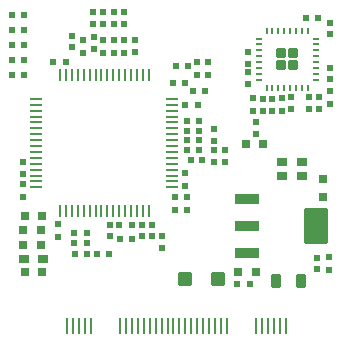
<source format=gtp>
G04*
G04 #@! TF.GenerationSoftware,Altium Limited,Altium Designer,24.9.1 (31)*
G04*
G04 Layer_Color=8421504*
%FSLAX43Y43*%
%MOMM*%
G71*
G04*
G04 #@! TF.SameCoordinates,EB6F8884-3A13-42B7-98C6-1BA732C3788B*
G04*
G04*
G04 #@! TF.FilePolarity,Positive*
G04*
G01*
G75*
G04:AMPARAMS|DCode=15|XSize=0.87mm|YSize=0.87mm|CornerRadius=0.217mm|HoleSize=0mm|Usage=FLASHONLY|Rotation=90.000|XOffset=0mm|YOffset=0mm|HoleType=Round|Shape=RoundedRectangle|*
%AMROUNDEDRECTD15*
21,1,0.870,0.435,0,0,90.0*
21,1,0.435,0.870,0,0,90.0*
1,1,0.435,0.217,0.217*
1,1,0.435,0.217,-0.217*
1,1,0.435,-0.217,-0.217*
1,1,0.435,-0.217,0.217*
%
%ADD15ROUNDEDRECTD15*%
G04:AMPARAMS|DCode=16|XSize=0.472mm|YSize=0.572mm|CornerRadius=0.048mm|HoleSize=0mm|Usage=FLASHONLY|Rotation=270.000|XOffset=0mm|YOffset=0mm|HoleType=Round|Shape=RoundedRectangle|*
%AMROUNDEDRECTD16*
21,1,0.472,0.475,0,0,270.0*
21,1,0.375,0.572,0,0,270.0*
1,1,0.097,-0.238,-0.188*
1,1,0.097,-0.238,0.188*
1,1,0.097,0.238,0.188*
1,1,0.097,0.238,-0.188*
%
%ADD16ROUNDEDRECTD16*%
G04:AMPARAMS|DCode=17|XSize=0.472mm|YSize=0.572mm|CornerRadius=0.048mm|HoleSize=0mm|Usage=FLASHONLY|Rotation=0.000|XOffset=0mm|YOffset=0mm|HoleType=Round|Shape=RoundedRectangle|*
%AMROUNDEDRECTD17*
21,1,0.472,0.475,0,0,0.0*
21,1,0.375,0.572,0,0,0.0*
1,1,0.097,0.188,-0.238*
1,1,0.097,-0.188,-0.238*
1,1,0.097,-0.188,0.238*
1,1,0.097,0.188,0.238*
%
%ADD17ROUNDEDRECTD17*%
G04:AMPARAMS|DCode=18|XSize=0.76mm|YSize=0.71mm|CornerRadius=0.074mm|HoleSize=0mm|Usage=FLASHONLY|Rotation=0.000|XOffset=0mm|YOffset=0mm|HoleType=Round|Shape=RoundedRectangle|*
%AMROUNDEDRECTD18*
21,1,0.760,0.563,0,0,0.0*
21,1,0.613,0.710,0,0,0.0*
1,1,0.148,0.306,-0.281*
1,1,0.148,-0.306,-0.281*
1,1,0.148,-0.306,0.281*
1,1,0.148,0.306,0.281*
%
%ADD18ROUNDEDRECTD18*%
G04:AMPARAMS|DCode=19|XSize=0.86mm|YSize=0.66mm|CornerRadius=0.067mm|HoleSize=0mm|Usage=FLASHONLY|Rotation=0.000|XOffset=0mm|YOffset=0mm|HoleType=Round|Shape=RoundedRectangle|*
%AMROUNDEDRECTD19*
21,1,0.860,0.525,0,0,0.0*
21,1,0.725,0.660,0,0,0.0*
1,1,0.135,0.363,-0.263*
1,1,0.135,-0.363,-0.263*
1,1,0.135,-0.363,0.263*
1,1,0.135,0.363,0.263*
%
%ADD19ROUNDEDRECTD19*%
G04:AMPARAMS|DCode=20|XSize=3.117mm|YSize=2.017mm|CornerRadius=0.202mm|HoleSize=0mm|Usage=FLASHONLY|Rotation=270.000|XOffset=0mm|YOffset=0mm|HoleType=Round|Shape=RoundedRectangle|*
%AMROUNDEDRECTD20*
21,1,3.117,1.613,0,0,270.0*
21,1,2.713,2.017,0,0,270.0*
1,1,0.405,-0.806,-1.356*
1,1,0.405,-0.806,1.356*
1,1,0.405,0.806,1.356*
1,1,0.405,0.806,-1.356*
%
%ADD20ROUNDEDRECTD20*%
G04:AMPARAMS|DCode=21|XSize=0.882mm|YSize=2.083mm|CornerRadius=0.085mm|HoleSize=0mm|Usage=FLASHONLY|Rotation=270.000|XOffset=0mm|YOffset=0mm|HoleType=Round|Shape=RoundedRectangle|*
%AMROUNDEDRECTD21*
21,1,0.882,1.913,0,0,270.0*
21,1,0.713,2.083,0,0,270.0*
1,1,0.170,-0.956,-0.356*
1,1,0.170,-0.956,0.356*
1,1,0.170,0.956,0.356*
1,1,0.170,0.956,-0.356*
%
%ADD21ROUNDEDRECTD21*%
G04:AMPARAMS|DCode=22|XSize=0.569mm|YSize=0.569mm|CornerRadius=0.06mm|HoleSize=0mm|Usage=FLASHONLY|Rotation=270.000|XOffset=0mm|YOffset=0mm|HoleType=Round|Shape=RoundedRectangle|*
%AMROUNDEDRECTD22*
21,1,0.569,0.450,0,0,270.0*
21,1,0.450,0.569,0,0,270.0*
1,1,0.119,-0.225,-0.225*
1,1,0.119,-0.225,0.225*
1,1,0.119,0.225,0.225*
1,1,0.119,0.225,-0.225*
%
%ADD22ROUNDEDRECTD22*%
%ADD23R,0.250X1.400*%
G04:AMPARAMS|DCode=24|XSize=0.572mm|YSize=0.472mm|CornerRadius=0.048mm|HoleSize=0mm|Usage=FLASHONLY|Rotation=90.000|XOffset=0mm|YOffset=0mm|HoleType=Round|Shape=RoundedRectangle|*
%AMROUNDEDRECTD24*
21,1,0.572,0.375,0,0,90.0*
21,1,0.475,0.472,0,0,90.0*
1,1,0.097,0.188,0.238*
1,1,0.097,0.188,-0.238*
1,1,0.097,-0.188,-0.238*
1,1,0.097,-0.188,0.238*
%
%ADD24ROUNDEDRECTD24*%
G04:AMPARAMS|DCode=25|XSize=0.572mm|YSize=0.472mm|CornerRadius=0.048mm|HoleSize=0mm|Usage=FLASHONLY|Rotation=0.000|XOffset=0mm|YOffset=0mm|HoleType=Round|Shape=RoundedRectangle|*
%AMROUNDEDRECTD25*
21,1,0.572,0.375,0,0,0.0*
21,1,0.475,0.472,0,0,0.0*
1,1,0.097,0.238,-0.188*
1,1,0.097,-0.238,-0.188*
1,1,0.097,-0.238,0.188*
1,1,0.097,0.238,0.188*
%
%ADD25ROUNDEDRECTD25*%
G04:AMPARAMS|DCode=26|XSize=0.76mm|YSize=0.71mm|CornerRadius=0.074mm|HoleSize=0mm|Usage=FLASHONLY|Rotation=90.000|XOffset=0mm|YOffset=0mm|HoleType=Round|Shape=RoundedRectangle|*
%AMROUNDEDRECTD26*
21,1,0.760,0.563,0,0,90.0*
21,1,0.613,0.710,0,0,90.0*
1,1,0.148,0.281,0.306*
1,1,0.148,0.281,-0.306*
1,1,0.148,-0.281,-0.306*
1,1,0.148,-0.281,0.306*
%
%ADD26ROUNDEDRECTD26*%
%ADD27O,0.200X1.100*%
%ADD28O,1.100X0.200*%
G04:AMPARAMS|DCode=29|XSize=1.138mm|YSize=1.138mm|CornerRadius=0.119mm|HoleSize=0mm|Usage=FLASHONLY|Rotation=180.000|XOffset=0mm|YOffset=0mm|HoleType=Round|Shape=RoundedRectangle|*
%AMROUNDEDRECTD29*
21,1,1.138,0.900,0,0,180.0*
21,1,0.900,1.138,0,0,180.0*
1,1,0.238,-0.450,0.450*
1,1,0.238,0.450,0.450*
1,1,0.238,0.450,-0.450*
1,1,0.238,-0.450,-0.450*
%
%ADD29ROUNDEDRECTD29*%
G04:AMPARAMS|DCode=30|XSize=0.857mm|YSize=0.757mm|CornerRadius=0.078mm|HoleSize=0mm|Usage=FLASHONLY|Rotation=0.000|XOffset=0mm|YOffset=0mm|HoleType=Round|Shape=RoundedRectangle|*
%AMROUNDEDRECTD30*
21,1,0.857,0.600,0,0,0.0*
21,1,0.700,0.757,0,0,0.0*
1,1,0.157,0.350,-0.300*
1,1,0.157,-0.350,-0.300*
1,1,0.157,-0.350,0.300*
1,1,0.157,0.350,0.300*
%
%ADD30ROUNDEDRECTD30*%
G04:AMPARAMS|DCode=31|XSize=0.847mm|YSize=1.147mm|CornerRadius=0.086mm|HoleSize=0mm|Usage=FLASHONLY|Rotation=0.000|XOffset=0mm|YOffset=0mm|HoleType=Round|Shape=RoundedRectangle|*
%AMROUNDEDRECTD31*
21,1,0.847,0.975,0,0,0.0*
21,1,0.675,1.147,0,0,0.0*
1,1,0.172,0.338,-0.488*
1,1,0.172,-0.338,-0.488*
1,1,0.172,-0.338,0.488*
1,1,0.172,0.338,0.488*
%
%ADD31ROUNDEDRECTD31*%
G04:AMPARAMS|DCode=32|XSize=0.582mm|YSize=0.232mm|CornerRadius=0.053mm|HoleSize=0mm|Usage=FLASHONLY|Rotation=180.000|XOffset=0mm|YOffset=0mm|HoleType=Round|Shape=RoundedRectangle|*
%AMROUNDEDRECTD32*
21,1,0.582,0.125,0,0,180.0*
21,1,0.475,0.232,0,0,180.0*
1,1,0.107,-0.238,0.063*
1,1,0.107,0.238,0.063*
1,1,0.107,0.238,-0.063*
1,1,0.107,-0.238,-0.063*
%
%ADD32ROUNDEDRECTD32*%
G04:AMPARAMS|DCode=33|XSize=0.582mm|YSize=0.232mm|CornerRadius=0.053mm|HoleSize=0mm|Usage=FLASHONLY|Rotation=270.000|XOffset=0mm|YOffset=0mm|HoleType=Round|Shape=RoundedRectangle|*
%AMROUNDEDRECTD33*
21,1,0.582,0.125,0,0,270.0*
21,1,0.475,0.232,0,0,270.0*
1,1,0.107,-0.063,-0.238*
1,1,0.107,-0.063,0.238*
1,1,0.107,0.063,0.238*
1,1,0.107,0.063,-0.238*
%
%ADD33ROUNDEDRECTD33*%
D15*
X9900Y-5700D02*
D03*
X9900Y-6720D02*
D03*
X8880D02*
D03*
Y-5700D02*
D03*
D16*
X-7000Y-4300D02*
D03*
Y-5300D02*
D03*
X-8800Y-4200D02*
D03*
Y-5200D02*
D03*
X4100Y-14900D02*
D03*
Y-13900D02*
D03*
X3200Y-13900D02*
D03*
Y-14900D02*
D03*
X-4400Y-2200D02*
D03*
Y-3200D02*
D03*
X-5300Y-2200D02*
D03*
Y-3200D02*
D03*
X11900Y-23000D02*
D03*
Y-24000D02*
D03*
X-7100Y-2200D02*
D03*
Y-3200D02*
D03*
X-6200D02*
D03*
Y-2200D02*
D03*
X3200Y-13100D02*
D03*
Y-12100D02*
D03*
X-3500Y-4600D02*
D03*
Y-5600D02*
D03*
X-1200Y-22200D02*
D03*
Y-21200D02*
D03*
X-2100Y-21200D02*
D03*
Y-20200D02*
D03*
X-2900Y-21200D02*
D03*
Y-20200D02*
D03*
X-5650Y-20200D02*
D03*
Y-21200D02*
D03*
X-13000Y-15900D02*
D03*
Y-14900D02*
D03*
X6100Y-5600D02*
D03*
Y-6600D02*
D03*
X13000Y-3100D02*
D03*
Y-4100D02*
D03*
X12100Y-9400D02*
D03*
Y-10400D02*
D03*
X13000Y-7900D02*
D03*
Y-6900D02*
D03*
X11200Y-10400D02*
D03*
Y-9400D02*
D03*
X6100Y-8300D02*
D03*
Y-7300D02*
D03*
X6700Y-11500D02*
D03*
Y-12500D02*
D03*
X7300Y-10600D02*
D03*
Y-9600D02*
D03*
X9700Y-9400D02*
D03*
Y-10400D02*
D03*
X8100Y-9600D02*
D03*
Y-10600D02*
D03*
D17*
X1900Y-13050D02*
D03*
X900D02*
D03*
Y-12250D02*
D03*
X1900D02*
D03*
X900Y-13850D02*
D03*
X1900D02*
D03*
Y-11450D02*
D03*
X900D02*
D03*
X1700Y-7500D02*
D03*
X2700D02*
D03*
X1400Y-8900D02*
D03*
X2400D02*
D03*
X700Y-8200D02*
D03*
X-300D02*
D03*
X1200Y-14700D02*
D03*
X2200D02*
D03*
X-12900Y-2440D02*
D03*
X-13900D02*
D03*
Y-3710D02*
D03*
X-12900D02*
D03*
Y-4980D02*
D03*
X-13900D02*
D03*
Y-6250D02*
D03*
X-12900D02*
D03*
Y-7520D02*
D03*
X-13900D02*
D03*
X2700Y-6400D02*
D03*
X1700D02*
D03*
X900Y-17900D02*
D03*
X-100D02*
D03*
X-4800Y-21400D02*
D03*
X-3800D02*
D03*
X0Y-6800D02*
D03*
X1000D02*
D03*
X-100Y-19000D02*
D03*
X900D02*
D03*
X11000Y-2700D02*
D03*
X12000D02*
D03*
X-5700Y-22700D02*
D03*
X-6700D02*
D03*
X-8600D02*
D03*
X-7600D02*
D03*
D18*
X5850Y-13400D02*
D03*
X7350Y-13400D02*
D03*
X-11350Y-24200D02*
D03*
X-12850Y-24200D02*
D03*
X-12950Y-20700D02*
D03*
X-11450Y-20700D02*
D03*
Y-21900D02*
D03*
X-12950Y-21900D02*
D03*
X5250Y-24200D02*
D03*
X6750Y-24200D02*
D03*
X-12850Y-19500D02*
D03*
X-11350Y-19500D02*
D03*
D19*
X-11300Y-23100D02*
D03*
X-12900D02*
D03*
D20*
X11800Y-20300D02*
D03*
D21*
X6000Y-22600D02*
D03*
Y-20300D02*
D03*
Y-18000D02*
D03*
D22*
X-4400Y-4550D02*
D03*
Y-5650D02*
D03*
X-5300Y-4550D02*
D03*
Y-5650D02*
D03*
X12900Y-24050D02*
D03*
Y-22950D02*
D03*
X-7900Y-5650D02*
D03*
Y-4550D02*
D03*
X-6200D02*
D03*
Y-5650D02*
D03*
X6500Y-9450D02*
D03*
Y-10550D02*
D03*
X8900Y-9450D02*
D03*
Y-10550D02*
D03*
D23*
X1750Y-28750D02*
D03*
X2250D02*
D03*
X2750D02*
D03*
X3250D02*
D03*
X-8750D02*
D03*
X-8250D02*
D03*
X-7750D02*
D03*
X-7250D02*
D03*
X-4750D02*
D03*
X-4250D02*
D03*
X-3750D02*
D03*
X-3250D02*
D03*
X-2750D02*
D03*
X-2250D02*
D03*
X-1750D02*
D03*
X-1250D02*
D03*
X-750D02*
D03*
X-250D02*
D03*
X250D02*
D03*
X750D02*
D03*
X3750D02*
D03*
X4250D02*
D03*
X7750D02*
D03*
X8250D02*
D03*
X8750D02*
D03*
X9250D02*
D03*
X-9250D02*
D03*
X1250D02*
D03*
X7250D02*
D03*
X6750D02*
D03*
D24*
X-10000Y-20150D02*
D03*
X-10000Y-21250D02*
D03*
X700Y-15850D02*
D03*
X700Y-16950D02*
D03*
X-13000Y-16750D02*
D03*
X-13000Y-17850D02*
D03*
X13000Y-9950D02*
D03*
X13000Y-8850D02*
D03*
D25*
X1850Y-10100D02*
D03*
X750Y-10100D02*
D03*
X-8650Y-20900D02*
D03*
X-7550Y-20900D02*
D03*
X6250Y-25200D02*
D03*
X5150Y-25200D02*
D03*
X-10450Y-6400D02*
D03*
X-9350Y-6400D02*
D03*
X-4850Y-20200D02*
D03*
X-3750Y-20200D02*
D03*
X-7550Y-21800D02*
D03*
X-8650Y-21800D02*
D03*
D26*
X12400Y-16350D02*
D03*
X12400Y-17850D02*
D03*
D27*
X-9850Y-19050D02*
D03*
X-9350D02*
D03*
X-8850D02*
D03*
X-8350D02*
D03*
X-7850D02*
D03*
X-7350D02*
D03*
X-6850D02*
D03*
X-6350D02*
D03*
X-5850D02*
D03*
X-5350D02*
D03*
X-4850Y-19050D02*
D03*
X-4350Y-19050D02*
D03*
X-3850D02*
D03*
X-3350D02*
D03*
X-2850D02*
D03*
X-2350D02*
D03*
X-2350Y-7550D02*
D03*
X-2850D02*
D03*
X-3350D02*
D03*
X-3850D02*
D03*
X-4350D02*
D03*
X-4850Y-7550D02*
D03*
X-5350Y-7550D02*
D03*
X-5850D02*
D03*
X-6350D02*
D03*
X-6850D02*
D03*
X-7350D02*
D03*
X-7850Y-7550D02*
D03*
X-8350D02*
D03*
X-8850Y-7550D02*
D03*
X-9350D02*
D03*
X-9850D02*
D03*
D28*
X-350Y-17050D02*
D03*
Y-16550D02*
D03*
Y-16050D02*
D03*
Y-15550D02*
D03*
Y-15050D02*
D03*
Y-14550D02*
D03*
Y-14050D02*
D03*
Y-13550D02*
D03*
Y-13050D02*
D03*
Y-12550D02*
D03*
X-350Y-12050D02*
D03*
X-350Y-11550D02*
D03*
Y-11050D02*
D03*
Y-10550D02*
D03*
Y-10050D02*
D03*
Y-9550D02*
D03*
X-11850D02*
D03*
Y-10050D02*
D03*
Y-10550D02*
D03*
Y-11050D02*
D03*
Y-11550D02*
D03*
X-11850Y-12050D02*
D03*
X-11850Y-12550D02*
D03*
Y-13050D02*
D03*
X-11850Y-13550D02*
D03*
Y-14050D02*
D03*
Y-14550D02*
D03*
X-11850Y-15050D02*
D03*
Y-15550D02*
D03*
Y-16050D02*
D03*
Y-16550D02*
D03*
Y-17050D02*
D03*
D29*
X700Y-24800D02*
D03*
X3500D02*
D03*
D30*
X10650Y-16100D02*
D03*
X8950Y-16100D02*
D03*
X10650Y-14900D02*
D03*
X8950Y-14900D02*
D03*
D31*
X8450Y-25000D02*
D03*
X10550D02*
D03*
D32*
X11780Y-7950D02*
D03*
Y-7450D02*
D03*
Y-6950D02*
D03*
Y-6450D02*
D03*
Y-5950D02*
D03*
Y-5450D02*
D03*
Y-4950D02*
D03*
Y-4450D02*
D03*
X6980D02*
D03*
Y-4950D02*
D03*
Y-5450D02*
D03*
Y-5950D02*
D03*
Y-6950D02*
D03*
Y-7450D02*
D03*
Y-7950D02*
D03*
Y-6450D02*
D03*
D33*
X10130Y-3800D02*
D03*
X9630D02*
D03*
X9130D02*
D03*
X8630Y-3800D02*
D03*
X8130D02*
D03*
X7630Y-3800D02*
D03*
X7630Y-8600D02*
D03*
X8130Y-8600D02*
D03*
X8630Y-8600D02*
D03*
X9130Y-8600D02*
D03*
X9630D02*
D03*
X10130D02*
D03*
X10630Y-8600D02*
D03*
X11130Y-8600D02*
D03*
X10630Y-3800D02*
D03*
X11130D02*
D03*
M02*

</source>
